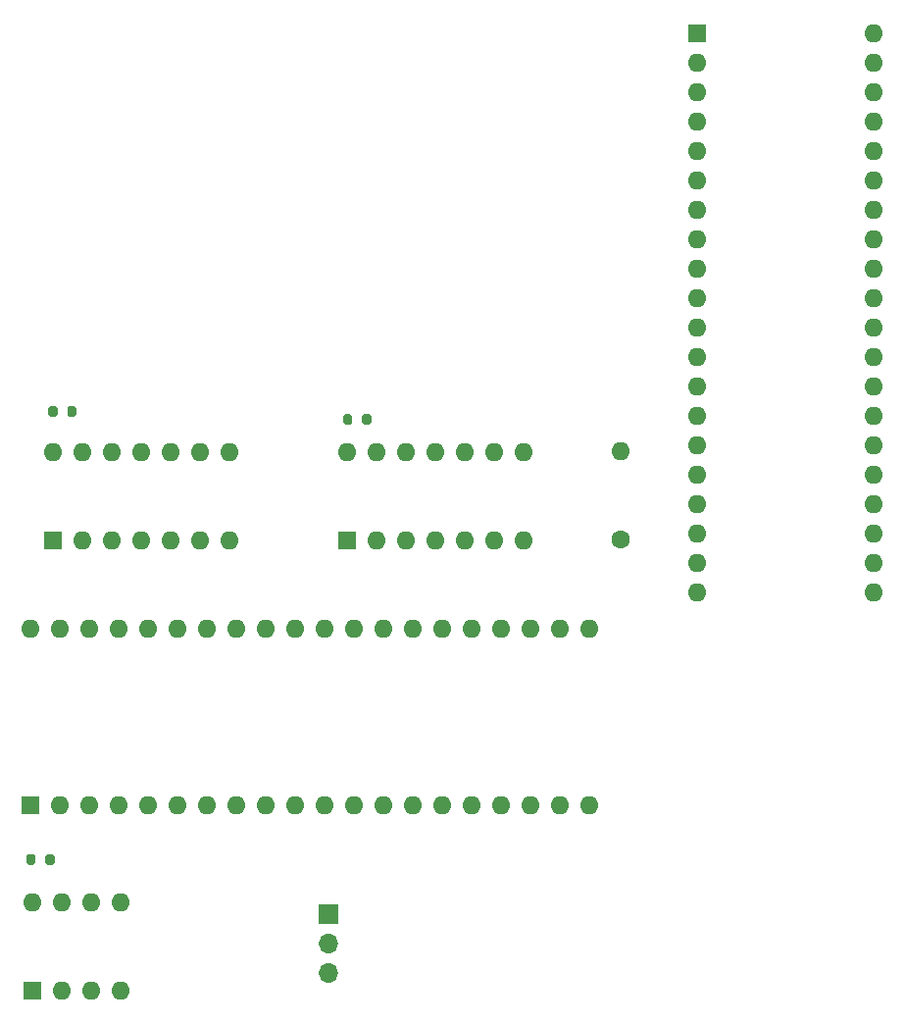
<source format=gbr>
%TF.GenerationSoftware,KiCad,Pcbnew,(5.1.7)-1*%
%TF.CreationDate,2021-07-10T09:41:01+01:00*%
%TF.ProjectId,Apricot-Floppy-Controller-daughter-board,41707269-636f-4742-9d46-6c6f7070792d,rev?*%
%TF.SameCoordinates,Original*%
%TF.FileFunction,Soldermask,Top*%
%TF.FilePolarity,Negative*%
%FSLAX46Y46*%
G04 Gerber Fmt 4.6, Leading zero omitted, Abs format (unit mm)*
G04 Created by KiCad (PCBNEW (5.1.7)-1) date 2021-07-10 09:41:01*
%MOMM*%
%LPD*%
G01*
G04 APERTURE LIST*
%ADD10O,1.600000X1.600000*%
%ADD11C,1.600000*%
%ADD12R,1.600000X1.600000*%
%ADD13O,1.700000X1.700000*%
%ADD14R,1.700000X1.700000*%
G04 APERTURE END LIST*
%TO.C,C3*%
G36*
G01*
X79038000Y-130895000D02*
X79038000Y-130345000D01*
G75*
G02*
X79238000Y-130145000I200000J0D01*
G01*
X79638000Y-130145000D01*
G75*
G02*
X79838000Y-130345000I0J-200000D01*
G01*
X79838000Y-130895000D01*
G75*
G02*
X79638000Y-131095000I-200000J0D01*
G01*
X79238000Y-131095000D01*
G75*
G02*
X79038000Y-130895000I0J200000D01*
G01*
G37*
G36*
G01*
X77388000Y-130895000D02*
X77388000Y-130345000D01*
G75*
G02*
X77588000Y-130145000I200000J0D01*
G01*
X77988000Y-130145000D01*
G75*
G02*
X78188000Y-130345000I0J-200000D01*
G01*
X78188000Y-130895000D01*
G75*
G02*
X77988000Y-131095000I-200000J0D01*
G01*
X77588000Y-131095000D01*
G75*
G02*
X77388000Y-130895000I0J200000D01*
G01*
G37*
%TD*%
%TO.C,C2*%
G36*
G01*
X106407000Y-92921500D02*
X106407000Y-92371500D01*
G75*
G02*
X106607000Y-92171500I200000J0D01*
G01*
X107007000Y-92171500D01*
G75*
G02*
X107207000Y-92371500I0J-200000D01*
G01*
X107207000Y-92921500D01*
G75*
G02*
X107007000Y-93121500I-200000J0D01*
G01*
X106607000Y-93121500D01*
G75*
G02*
X106407000Y-92921500I0J200000D01*
G01*
G37*
G36*
G01*
X104757000Y-92921500D02*
X104757000Y-92371500D01*
G75*
G02*
X104957000Y-92171500I200000J0D01*
G01*
X105357000Y-92171500D01*
G75*
G02*
X105557000Y-92371500I0J-200000D01*
G01*
X105557000Y-92921500D01*
G75*
G02*
X105357000Y-93121500I-200000J0D01*
G01*
X104957000Y-93121500D01*
G75*
G02*
X104757000Y-92921500I0J200000D01*
G01*
G37*
%TD*%
%TO.C,C1*%
G36*
G01*
X80943000Y-92223000D02*
X80943000Y-91673000D01*
G75*
G02*
X81143000Y-91473000I200000J0D01*
G01*
X81543000Y-91473000D01*
G75*
G02*
X81743000Y-91673000I0J-200000D01*
G01*
X81743000Y-92223000D01*
G75*
G02*
X81543000Y-92423000I-200000J0D01*
G01*
X81143000Y-92423000D01*
G75*
G02*
X80943000Y-92223000I0J200000D01*
G01*
G37*
G36*
G01*
X79293000Y-92223000D02*
X79293000Y-91673000D01*
G75*
G02*
X79493000Y-91473000I200000J0D01*
G01*
X79893000Y-91473000D01*
G75*
G02*
X80093000Y-91673000I0J-200000D01*
G01*
X80093000Y-92223000D01*
G75*
G02*
X79893000Y-92423000I-200000J0D01*
G01*
X79493000Y-92423000D01*
G75*
G02*
X79293000Y-92223000I0J200000D01*
G01*
G37*
%TD*%
D10*
%TO.C,R1*%
X128714000Y-95377000D03*
D11*
X128714000Y-102997000D03*
%TD*%
D10*
%TO.C,U4*%
X105092000Y-95440000D03*
X120332000Y-103060000D03*
X107632000Y-95440000D03*
X117792000Y-103060000D03*
X110172000Y-95440000D03*
X115252000Y-103060000D03*
X112712000Y-95440000D03*
X112712000Y-103060000D03*
X115252000Y-95440000D03*
X110172000Y-103060000D03*
X117792000Y-95440000D03*
X107632000Y-103060000D03*
X120332000Y-95440000D03*
D12*
X105092000Y-103060000D03*
%TD*%
D10*
%TO.C,U3*%
X77914500Y-134302000D03*
X85534500Y-141922000D03*
X80454500Y-134302000D03*
X82994500Y-141922000D03*
X82994500Y-134302000D03*
X80454500Y-141922000D03*
X85534500Y-134302000D03*
D12*
X77914500Y-141922000D03*
%TD*%
D10*
%TO.C,U2*%
X79692500Y-95440000D03*
X94932500Y-103060000D03*
X82232500Y-95440000D03*
X92392500Y-103060000D03*
X84772500Y-95440000D03*
X89852500Y-103060000D03*
X87312500Y-95440000D03*
X87312500Y-103060000D03*
X89852500Y-95440000D03*
X84772500Y-103060000D03*
X92392500Y-95440000D03*
X82232500Y-103060000D03*
X94932500Y-95440000D03*
D12*
X79692500Y-103060000D03*
%TD*%
D10*
%TO.C,U1*%
X77787500Y-110744000D03*
X126047500Y-125984000D03*
X80327500Y-110744000D03*
X123507500Y-125984000D03*
X82867500Y-110744000D03*
X120967500Y-125984000D03*
X85407500Y-110744000D03*
X118427500Y-125984000D03*
X87947500Y-110744000D03*
X115887500Y-125984000D03*
X90487500Y-110744000D03*
X113347500Y-125984000D03*
X93027500Y-110744000D03*
X110807500Y-125984000D03*
X95567500Y-110744000D03*
X108267500Y-125984000D03*
X98107500Y-110744000D03*
X105727500Y-125984000D03*
X100647500Y-110744000D03*
X103187500Y-125984000D03*
X103187500Y-110744000D03*
X100647500Y-125984000D03*
X105727500Y-110744000D03*
X98107500Y-125984000D03*
X108267500Y-110744000D03*
X95567500Y-125984000D03*
X110807500Y-110744000D03*
X93027500Y-125984000D03*
X113347500Y-110744000D03*
X90487500Y-125984000D03*
X115887500Y-110744000D03*
X87947500Y-125984000D03*
X118427500Y-110744000D03*
X85407500Y-125984000D03*
X120967500Y-110744000D03*
X82867500Y-125984000D03*
X123507500Y-110744000D03*
X80327500Y-125984000D03*
X126047500Y-110744000D03*
D12*
X77787500Y-125984000D03*
%TD*%
D10*
%TO.C,Socket-1*%
X150552000Y-59297000D03*
X135312000Y-107557000D03*
X150552000Y-61837000D03*
X135312000Y-105017000D03*
X150552000Y-64377000D03*
X135312000Y-102477000D03*
X150552000Y-66917000D03*
X135312000Y-99937000D03*
X150552000Y-69457000D03*
X135312000Y-97397000D03*
X150552000Y-71997000D03*
X135312000Y-94857000D03*
X150552000Y-74537000D03*
X135312000Y-92317000D03*
X150552000Y-77077000D03*
X135312000Y-89777000D03*
X150552000Y-79617000D03*
X135312000Y-87237000D03*
X150552000Y-82157000D03*
X135312000Y-84697000D03*
X150552000Y-84697000D03*
X135312000Y-82157000D03*
X150552000Y-87237000D03*
X135312000Y-79617000D03*
X150552000Y-89777000D03*
X135312000Y-77077000D03*
X150552000Y-92317000D03*
X135312000Y-74537000D03*
X150552000Y-94857000D03*
X135312000Y-71997000D03*
X150552000Y-97397000D03*
X135312000Y-69457000D03*
X150552000Y-99937000D03*
X135312000Y-66917000D03*
X150552000Y-102477000D03*
X135312000Y-64377000D03*
X150552000Y-105017000D03*
X135312000Y-61837000D03*
X150552000Y-107557000D03*
D12*
X135312000Y-59297000D03*
%TD*%
D13*
%TO.C,J2*%
X103505000Y-140398000D03*
X103505000Y-137858000D03*
D14*
X103505000Y-135318000D03*
%TD*%
M02*

</source>
